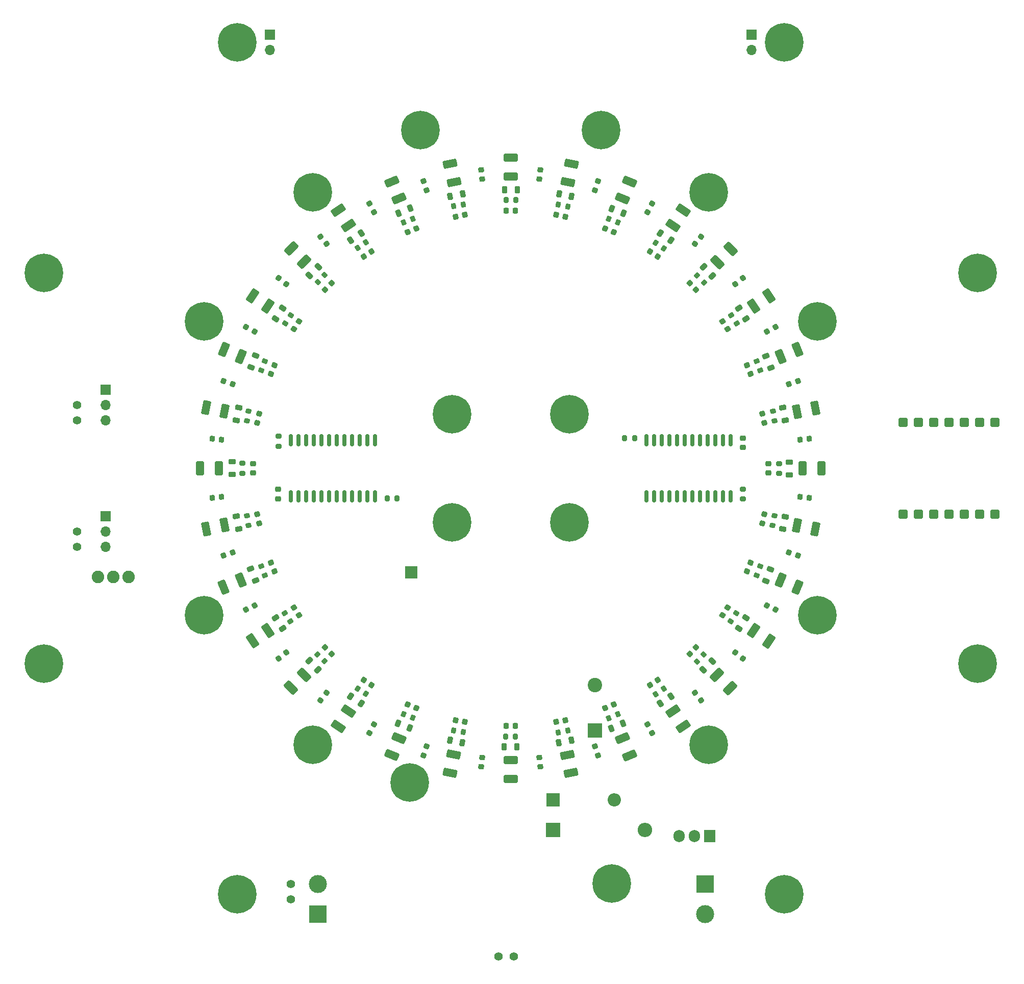
<source format=gbs>
G04 #@! TF.GenerationSoftware,KiCad,Pcbnew,7.0.9*
G04 #@! TF.CreationDate,2023-12-19T12:28:11+08:00*
G04 #@! TF.ProjectId,layer1,6c617965-7231-42e6-9b69-6361645f7063,rev?*
G04 #@! TF.SameCoordinates,Original*
G04 #@! TF.FileFunction,Soldermask,Bot*
G04 #@! TF.FilePolarity,Negative*
%FSLAX46Y46*%
G04 Gerber Fmt 4.6, Leading zero omitted, Abs format (unit mm)*
G04 Created by KiCad (PCBNEW 7.0.9) date 2023-12-19 12:28:11*
%MOMM*%
%LPD*%
G01*
G04 APERTURE LIST*
G04 Aperture macros list*
%AMRoundRect*
0 Rectangle with rounded corners*
0 $1 Rounding radius*
0 $2 $3 $4 $5 $6 $7 $8 $9 X,Y pos of 4 corners*
0 Add a 4 corners polygon primitive as box body*
4,1,4,$2,$3,$4,$5,$6,$7,$8,$9,$2,$3,0*
0 Add four circle primitives for the rounded corners*
1,1,$1+$1,$2,$3*
1,1,$1+$1,$4,$5*
1,1,$1+$1,$6,$7*
1,1,$1+$1,$8,$9*
0 Add four rect primitives between the rounded corners*
20,1,$1+$1,$2,$3,$4,$5,0*
20,1,$1+$1,$4,$5,$6,$7,0*
20,1,$1+$1,$6,$7,$8,$9,0*
20,1,$1+$1,$8,$9,$2,$3,0*%
G04 Aperture macros list end*
%ADD10R,2.400000X2.400000*%
%ADD11C,2.400000*%
%ADD12C,6.400000*%
%ADD13R,2.200000X2.200000*%
%ADD14O,2.200000X2.200000*%
%ADD15R,1.700000X1.700000*%
%ADD16O,1.700000X1.700000*%
%ADD17RoundRect,0.150000X0.600000X-0.600000X0.600000X0.600000X-0.600000X0.600000X-0.600000X-0.600000X0*%
%ADD18RoundRect,0.150000X-0.600000X0.600000X-0.600000X-0.600000X0.600000X-0.600000X0.600000X0.600000X0*%
%ADD19R,3.000000X3.000000*%
%ADD20C,3.000000*%
%ADD21R,1.905000X2.000000*%
%ADD22O,1.905000X2.000000*%
%ADD23RoundRect,0.250001X-0.799999X-0.799999X0.799999X-0.799999X0.799999X0.799999X-0.799999X0.799999X0*%
%ADD24O,2.400000X2.400000*%
%ADD25C,2.082800*%
%ADD26RoundRect,0.225000X0.325973X0.082864X-0.048188X0.332871X-0.325973X-0.082864X0.048188X-0.332871X0*%
%ADD27RoundRect,0.218750X-0.416600X0.140169X-0.331248X-0.288925X0.416600X-0.140169X0.331248X0.288925X0*%
%ADD28RoundRect,0.250000X0.735082X0.696732X-0.027118X1.012445X-0.735082X-0.696732X0.027118X-1.012445X0*%
%ADD29RoundRect,0.250000X0.585032X0.826752X-0.224115X0.987701X-0.585032X-0.826752X0.224115X-0.987701X0*%
%ADD30RoundRect,0.225000X-0.250000X0.225000X-0.250000X-0.225000X0.250000X-0.225000X0.250000X0.225000X0*%
%ADD31RoundRect,0.218750X0.435941X-0.056201X0.268517X0.347997X-0.435941X0.056201X-0.268517X-0.347997X0*%
%ADD32RoundRect,0.200000X-0.290014X-0.177530X0.079538X-0.330604X0.290014X0.177530X-0.079538X0.330604X0*%
%ADD33RoundRect,0.225000X-0.048188X-0.332871X0.325973X-0.082864X0.048188X0.332871X-0.325973X0.082864X0*%
%ADD34RoundRect,0.200000X-0.339768X0.013512X-0.117540X-0.319076X0.339768X-0.013512X0.117540X0.319076X0*%
%ADD35RoundRect,0.200000X-0.275000X0.200000X-0.275000X-0.200000X0.275000X-0.200000X0.275000X0.200000X0*%
%ADD36RoundRect,0.200000X0.200000X0.275000X-0.200000X0.275000X-0.200000X-0.275000X0.200000X-0.275000X0*%
%ADD37RoundRect,0.218750X-0.336857X0.006533X-0.059310X-0.331659X0.336857X-0.006533X0.059310X0.331659X0*%
%ADD38RoundRect,0.250000X-0.412500X-0.925000X0.412500X-0.925000X0.412500X0.925000X-0.412500X0.925000X0*%
%ADD39RoundRect,0.218750X-0.181716X0.283716X-0.308716X-0.134945X0.181716X-0.283716X0.308716X0.134945X0*%
%ADD40RoundRect,0.200000X-0.319076X-0.117540X0.013512X-0.339768X0.319076X0.117540X-0.013512X0.339768X0*%
%ADD41RoundRect,0.250000X-0.585032X-0.826752X0.224115X-0.987701X0.585032X0.826752X-0.224115X0.987701X0*%
%ADD42RoundRect,0.218750X0.393695X0.195467X0.029927X0.438529X-0.393695X-0.195467X-0.029927X-0.438529X0*%
%ADD43RoundRect,0.250000X0.945755X0.362392X0.362392X0.945755X-0.945755X-0.362392X-0.362392X-0.945755X0*%
%ADD44RoundRect,0.250000X0.362392X-0.945755X0.945755X-0.362392X-0.362392X0.945755X-0.945755X0.362392X0*%
%ADD45RoundRect,0.218750X0.006533X0.336857X-0.331659X0.059310X-0.006533X-0.336857X0.331659X-0.059310X0*%
%ADD46RoundRect,0.225000X-0.112202X-0.317074X0.303544X-0.144866X0.112202X0.317074X-0.303544X0.144866X0*%
%ADD47RoundRect,0.225000X-0.325973X-0.082864X0.048188X-0.332871X0.325973X0.082864X-0.048188X0.332871X0*%
%ADD48RoundRect,0.200000X0.142507X0.308734X-0.249807X0.230698X-0.142507X-0.308734X0.249807X-0.230698X0*%
%ADD49RoundRect,0.218750X-0.114905X0.424264X-0.424264X0.114905X0.114905X-0.424264X0.424264X-0.114905X0*%
%ADD50RoundRect,0.200000X0.330604X-0.079538X0.177530X0.290014X-0.330604X0.079538X-0.177530X-0.290014X0*%
%ADD51RoundRect,0.218750X0.029927X-0.438529X0.393695X-0.195467X-0.029927X0.438529X-0.393695X0.195467X0*%
%ADD52RoundRect,0.218750X0.288925X0.331248X-0.140169X0.416600X-0.288925X-0.331248X0.140169X-0.416600X0*%
%ADD53RoundRect,0.200000X-0.200000X-0.275000X0.200000X-0.275000X0.200000X0.275000X-0.200000X0.275000X0*%
%ADD54RoundRect,0.218750X-0.331659X-0.059310X0.006533X-0.336857X0.331659X0.059310X-0.006533X0.336857X0*%
%ADD55RoundRect,0.200000X-0.013512X-0.339768X0.319076X-0.117540X0.013512X0.339768X-0.319076X0.117540X0*%
%ADD56RoundRect,0.200000X-0.053033X0.335876X-0.335876X0.053033X0.053033X-0.335876X0.335876X-0.053033X0*%
%ADD57RoundRect,0.218750X0.347997X0.268517X-0.056201X0.435941X-0.347997X-0.268517X0.056201X-0.435941X0*%
%ADD58RoundRect,0.200000X-0.230698X0.249807X-0.308734X-0.142507X0.230698X-0.249807X0.308734X0.142507X0*%
%ADD59RoundRect,0.200000X-0.335876X-0.053033X-0.053033X-0.335876X0.335876X0.053033X0.053033X0.335876X0*%
%ADD60RoundRect,0.250000X0.412500X0.925000X-0.412500X0.925000X-0.412500X-0.925000X0.412500X-0.925000X0*%
%ADD61RoundRect,0.218750X0.313716X0.122874X-0.072125X0.329110X-0.313716X-0.122874X0.072125X-0.329110X0*%
%ADD62RoundRect,0.218750X0.336857X-0.006533X0.059310X0.331659X-0.336857X0.006533X-0.059310X-0.331659X0*%
%ADD63RoundRect,0.225000X-0.225000X-0.250000X0.225000X-0.250000X0.225000X0.250000X-0.225000X0.250000X0*%
%ADD64RoundRect,0.218750X-0.288925X-0.331248X0.140169X-0.416600X0.288925X0.331248X-0.140169X0.416600X0*%
%ADD65RoundRect,0.225000X0.303544X0.144866X-0.112202X0.317074X-0.303544X-0.144866X0.112202X-0.317074X0*%
%ADD66RoundRect,0.218750X0.424264X0.114905X0.114905X0.424264X-0.424264X-0.114905X-0.114905X-0.424264X0*%
%ADD67RoundRect,0.218750X-0.381250X0.218750X-0.381250X-0.218750X0.381250X-0.218750X0.381250X0.218750X0*%
%ADD68RoundRect,0.200000X0.290014X0.177530X-0.079538X0.330604X-0.290014X-0.177530X0.079538X-0.330604X0*%
%ADD69RoundRect,0.218750X0.276457X-0.192580X0.233575X0.242814X-0.276457X0.192580X-0.233575X-0.242814X0*%
%ADD70RoundRect,0.218750X0.381250X-0.218750X0.381250X0.218750X-0.381250X0.218750X-0.381250X-0.218750X0*%
%ADD71RoundRect,0.218750X-0.029927X0.438529X-0.393695X0.195467X0.029927X-0.438529X0.393695X-0.195467X0*%
%ADD72C,1.400000*%
%ADD73RoundRect,0.225000X0.225000X0.250000X-0.225000X0.250000X-0.225000X-0.250000X0.225000X-0.250000X0*%
%ADD74RoundRect,0.218750X0.438529X0.029927X0.195467X0.393695X-0.438529X-0.029927X-0.195467X-0.393695X0*%
%ADD75RoundRect,0.225000X-0.289092X0.171904X-0.201301X-0.269449X0.289092X-0.171904X0.201301X0.269449X0*%
%ADD76RoundRect,0.225000X0.048188X0.332871X-0.325973X0.082864X-0.048188X-0.332871X0.325973X-0.082864X0*%
%ADD77RoundRect,0.225000X-0.303544X-0.144866X0.112202X-0.317074X0.303544X0.144866X-0.112202X0.317074X0*%
%ADD78RoundRect,0.218750X0.195467X-0.393695X0.438529X-0.029927X-0.195467X0.393695X-0.438529X0.029927X0*%
%ADD79RoundRect,0.250000X-0.735082X-0.696732X0.027118X-1.012445X0.735082X0.696732X-0.027118X1.012445X0*%
%ADD80RoundRect,0.225000X0.250000X-0.225000X0.250000X0.225000X-0.250000X0.225000X-0.250000X-0.225000X0*%
%ADD81RoundRect,0.200000X-0.079538X-0.330604X0.290014X-0.177530X0.079538X0.330604X-0.290014X0.177530X0*%
%ADD82RoundRect,0.218750X0.308716X-0.134945X0.181716X0.283716X-0.308716X0.134945X-0.181716X-0.283716X0*%
%ADD83RoundRect,0.225000X-0.332871X0.048188X-0.082864X-0.325973X0.332871X-0.048188X0.082864X0.325973X0*%
%ADD84RoundRect,0.250000X-0.856884X-0.539937X-0.170921X-0.998282X0.856884X0.539937X0.170921X0.998282X0*%
%ADD85RoundRect,0.218750X-0.438529X-0.029927X-0.195467X-0.393695X0.438529X0.029927X0.195467X0.393695X0*%
%ADD86RoundRect,0.218750X-0.268517X0.347997X-0.435941X-0.056201X0.268517X-0.347997X0.435941X0.056201X0*%
%ADD87RoundRect,0.218750X-0.192580X-0.276457X0.242814X-0.233575X0.192580X0.276457X-0.242814X0.233575X0*%
%ADD88RoundRect,0.250000X-0.362392X0.945755X-0.945755X0.362392X0.362392X-0.945755X0.945755X-0.362392X0*%
%ADD89RoundRect,0.218750X0.329110X-0.072125X0.122874X0.313716X-0.329110X0.072125X-0.122874X-0.313716X0*%
%ADD90RoundRect,0.200000X-0.249807X-0.230698X0.142507X-0.308734X0.249807X0.230698X-0.142507X0.308734X0*%
%ADD91RoundRect,0.200000X0.013512X0.339768X-0.319076X0.117540X-0.013512X-0.339768X0.319076X-0.117540X0*%
%ADD92RoundRect,0.225000X0.289092X-0.171904X0.201301X0.269449X-0.289092X0.171904X-0.201301X-0.269449X0*%
%ADD93RoundRect,0.218750X-0.308716X0.134945X-0.181716X-0.283716X0.308716X-0.134945X0.181716X0.283716X0*%
%ADD94RoundRect,0.200000X0.053033X-0.335876X0.335876X-0.053033X-0.053033X0.335876X-0.335876X0.053033X0*%
%ADD95RoundRect,0.218750X0.181716X-0.283716X0.308716X0.134945X-0.181716X0.283716X-0.308716X-0.134945X0*%
%ADD96RoundRect,0.218750X0.416600X-0.140169X0.331248X0.288925X-0.416600X0.140169X-0.331248X-0.288925X0*%
%ADD97RoundRect,0.218750X0.072125X0.329110X-0.313716X0.122874X-0.072125X-0.329110X0.313716X-0.122874X0*%
%ADD98RoundRect,0.225000X0.082864X-0.325973X0.332871X0.048188X-0.082864X0.325973X-0.332871X-0.048188X0*%
%ADD99RoundRect,0.218750X0.140169X0.416600X-0.288925X0.331248X-0.140169X-0.416600X0.288925X-0.331248X0*%
%ADD100RoundRect,0.225000X-0.144866X0.303544X-0.317074X-0.112202X0.144866X-0.303544X0.317074X0.112202X0*%
%ADD101RoundRect,0.218750X-0.329110X0.072125X-0.122874X-0.313716X0.329110X-0.072125X0.122874X0.313716X0*%
%ADD102RoundRect,0.218750X0.114905X-0.424264X0.424264X-0.114905X-0.114905X0.424264X-0.424264X0.114905X0*%
%ADD103RoundRect,0.218750X-0.072125X-0.329110X0.313716X-0.122874X0.072125X0.329110X-0.313716X0.122874X0*%
%ADD104RoundRect,0.218750X-0.242814X-0.233575X0.192580X-0.276457X0.242814X0.233575X-0.192580X0.276457X0*%
%ADD105RoundRect,0.218750X0.056201X0.435941X-0.347997X0.268517X-0.056201X-0.435941X0.347997X-0.268517X0*%
%ADD106RoundRect,0.250000X-0.925000X0.412500X-0.925000X-0.412500X0.925000X-0.412500X0.925000X0.412500X0*%
%ADD107RoundRect,0.225000X0.201301X-0.269449X0.289092X0.171904X-0.201301X0.269449X-0.289092X-0.171904X0*%
%ADD108RoundRect,0.218750X-0.140169X-0.416600X0.288925X-0.331248X0.140169X0.416600X-0.288925X0.331248X0*%
%ADD109RoundRect,0.250000X-0.539937X0.856884X-0.998282X0.170921X0.539937X-0.856884X0.998282X-0.170921X0*%
%ADD110RoundRect,0.200000X0.117540X-0.319076X0.339768X0.013512X-0.117540X0.319076X-0.339768X-0.013512X0*%
%ADD111RoundRect,0.225000X0.171904X0.289092X-0.269449X0.201301X-0.171904X-0.289092X0.269449X-0.201301X0*%
%ADD112RoundRect,0.218750X0.192580X0.276457X-0.242814X0.233575X-0.192580X-0.276457X0.242814X-0.233575X0*%
%ADD113RoundRect,0.225000X0.017678X-0.335876X0.335876X-0.017678X-0.017678X0.335876X-0.335876X0.017678X0*%
%ADD114RoundRect,0.225000X-0.082864X0.325973X-0.332871X-0.048188X0.082864X-0.325973X0.332871X0.048188X0*%
%ADD115RoundRect,0.250000X-0.027118X-1.012445X0.735082X-0.696732X0.027118X1.012445X-0.735082X0.696732X0*%
%ADD116RoundRect,0.225000X-0.017678X0.335876X-0.335876X0.017678X0.017678X-0.335876X0.335876X-0.017678X0*%
%ADD117RoundRect,0.225000X-0.317074X0.112202X-0.144866X-0.303544X0.317074X-0.112202X0.144866X0.303544X0*%
%ADD118RoundRect,0.225000X0.112202X0.317074X-0.303544X0.144866X-0.112202X-0.317074X0.303544X-0.144866X0*%
%ADD119RoundRect,0.250000X0.224115X0.987701X-0.585032X0.826752X-0.224115X-0.987701X0.585032X-0.826752X0*%
%ADD120RoundRect,0.225000X-0.335876X-0.017678X-0.017678X-0.335876X0.335876X0.017678X0.017678X0.335876X0*%
%ADD121RoundRect,0.200000X-0.330604X0.079538X-0.177530X-0.290014X0.330604X-0.079538X0.177530X0.290014X0*%
%ADD122RoundRect,0.250000X-0.987701X0.224115X-0.826752X-0.585032X0.987701X-0.224115X0.826752X0.585032X0*%
%ADD123RoundRect,0.200000X0.339768X-0.013512X0.117540X0.319076X-0.339768X0.013512X-0.117540X-0.319076X0*%
%ADD124RoundRect,0.225000X0.269449X0.201301X-0.171904X0.289092X-0.269449X-0.201301X0.171904X-0.289092X0*%
%ADD125RoundRect,0.218750X-0.331248X0.288925X-0.416600X-0.140169X0.331248X-0.288925X0.416600X0.140169X0*%
%ADD126RoundRect,0.250000X-0.998282X-0.170921X-0.539937X-0.856884X0.998282X0.170921X0.539937X0.856884X0*%
%ADD127RoundRect,0.200000X-0.117540X0.319076X-0.339768X-0.013512X0.117540X-0.319076X0.339768X0.013512X0*%
%ADD128RoundRect,0.218750X-0.393695X-0.195467X-0.029927X-0.438529X0.393695X0.195467X0.029927X0.438529X0*%
%ADD129RoundRect,0.218750X0.283716X0.181716X-0.134945X0.308716X-0.283716X-0.181716X0.134945X-0.308716X0*%
%ADD130RoundRect,0.200000X-0.308734X0.142507X-0.230698X-0.249807X0.308734X-0.142507X0.230698X0.249807X0*%
%ADD131RoundRect,0.200000X0.177530X-0.290014X0.330604X0.079538X-0.177530X0.290014X-0.330604X-0.079538X0*%
%ADD132RoundRect,0.225000X-0.171904X-0.289092X0.269449X-0.201301X0.171904X0.289092X-0.269449X0.201301X0*%
%ADD133RoundRect,0.200000X0.230698X-0.249807X0.308734X0.142507X-0.230698X0.249807X-0.308734X-0.142507X0*%
%ADD134RoundRect,0.218750X0.233575X-0.242814X0.276457X0.192580X-0.233575X0.242814X-0.276457X-0.192580X0*%
%ADD135RoundRect,0.200000X-0.177530X0.290014X-0.330604X-0.079538X0.177530X-0.290014X0.330604X0.079538X0*%
%ADD136RoundRect,0.218750X-0.313716X-0.122874X0.072125X-0.329110X0.313716X0.122874X-0.072125X0.329110X0*%
%ADD137RoundRect,0.218750X-0.122874X0.313716X-0.329110X-0.072125X0.122874X-0.313716X0.329110X0.072125X0*%
%ADD138RoundRect,0.218750X-0.347997X-0.268517X0.056201X-0.435941X0.347997X0.268517X-0.056201X0.435941X0*%
%ADD139RoundRect,0.218750X-0.195467X0.393695X-0.438529X0.029927X0.195467X-0.393695X0.438529X-0.029927X0*%
%ADD140RoundRect,0.218750X0.134945X0.308716X-0.283716X0.181716X-0.134945X-0.308716X0.283716X-0.181716X0*%
%ADD141RoundRect,0.225000X0.317074X-0.112202X0.144866X0.303544X-0.317074X0.112202X-0.144866X-0.303544X0*%
%ADD142RoundRect,0.218750X0.268517X-0.347997X0.435941X0.056201X-0.268517X0.347997X-0.435941X-0.056201X0*%
%ADD143RoundRect,0.250000X-0.696732X0.735082X-1.012445X-0.027118X0.696732X-0.735082X1.012445X0.027118X0*%
%ADD144RoundRect,0.225000X0.335876X0.017678X0.017678X0.335876X-0.335876X-0.017678X-0.017678X-0.335876X0*%
%ADD145RoundRect,0.250000X-0.826752X0.585032X-0.987701X-0.224115X0.826752X-0.585032X0.987701X0.224115X0*%
%ADD146RoundRect,0.218750X-0.006533X-0.336857X0.331659X-0.059310X0.006533X0.336857X-0.331659X0.059310X0*%
%ADD147RoundRect,0.200000X-0.142507X-0.308734X0.249807X-0.230698X0.142507X0.308734X-0.249807X0.230698X0*%
%ADD148RoundRect,0.250000X0.998282X0.170921X0.539937X0.856884X-0.998282X-0.170921X-0.539937X-0.856884X0*%
%ADD149RoundRect,0.218750X-0.056201X-0.435941X0.347997X-0.268517X0.056201X0.435941X-0.347997X0.268517X0*%
%ADD150RoundRect,0.218750X-0.435941X0.056201X-0.268517X-0.347997X0.435941X-0.056201X0.268517X0.347997X0*%
%ADD151RoundRect,0.218750X0.331248X-0.288925X0.416600X0.140169X-0.331248X0.288925X-0.416600X-0.140169X0*%
%ADD152RoundRect,0.200000X0.249807X0.230698X-0.142507X0.308734X-0.249807X-0.230698X0.142507X-0.308734X0*%
%ADD153RoundRect,0.200000X0.319076X0.117540X-0.013512X0.339768X-0.319076X-0.117540X0.013512X-0.339768X0*%
%ADD154RoundRect,0.250000X-0.224115X-0.987701X0.585032X-0.826752X0.224115X0.987701X-0.585032X0.826752X0*%
%ADD155RoundRect,0.250000X0.826752X-0.585032X0.987701X0.224115X-0.826752X0.585032X-0.987701X-0.224115X0*%
%ADD156RoundRect,0.218750X-0.424264X-0.114905X-0.114905X-0.424264X0.424264X0.114905X0.114905X0.424264X0*%
%ADD157RoundRect,0.150000X-0.150000X0.875000X-0.150000X-0.875000X0.150000X-0.875000X0.150000X0.875000X0*%
%ADD158RoundRect,0.150000X0.150000X-0.875000X0.150000X0.875000X-0.150000X0.875000X-0.150000X-0.875000X0*%
%ADD159RoundRect,0.250000X0.856884X0.539937X0.170921X0.998282X-0.856884X-0.539937X-0.170921X-0.998282X0*%
%ADD160RoundRect,0.218750X0.242814X0.233575X-0.192580X0.276457X-0.242814X-0.233575X0.192580X-0.276457X0*%
%ADD161RoundRect,0.225000X-0.201301X0.269449X-0.289092X-0.171904X0.201301X-0.269449X0.289092X0.171904X0*%
%ADD162RoundRect,0.225000X0.332871X-0.048188X0.082864X0.325973X-0.332871X0.048188X-0.082864X-0.325973X0*%
%ADD163RoundRect,0.218750X-0.134945X-0.308716X0.283716X-0.181716X0.134945X0.308716X-0.283716X0.181716X0*%
%ADD164RoundRect,0.218750X-0.059310X0.331659X-0.336857X-0.006533X0.059310X-0.331659X0.336857X0.006533X0*%
%ADD165RoundRect,0.250000X0.027118X1.012445X-0.735082X0.696732X-0.027118X-1.012445X0.735082X-0.696732X0*%
%ADD166RoundRect,0.218750X0.122874X-0.313716X0.329110X0.072125X-0.122874X0.313716X-0.329110X-0.072125X0*%
%ADD167RoundRect,0.250000X-0.170921X0.998282X-0.856884X0.539937X0.170921X-0.998282X0.856884X-0.539937X0*%
%ADD168RoundRect,0.218750X-0.233575X0.242814X-0.276457X-0.192580X0.233575X-0.242814X0.276457X0.192580X0*%
%ADD169RoundRect,0.218750X-0.276457X0.192580X-0.233575X-0.242814X0.276457X-0.192580X0.233575X0.242814X0*%
%ADD170RoundRect,0.218750X0.218750X0.381250X-0.218750X0.381250X-0.218750X-0.381250X0.218750X-0.381250X0*%
%ADD171RoundRect,0.250000X0.696732X-0.735082X1.012445X0.027118X-0.696732X0.735082X-1.012445X-0.027118X0*%
%ADD172RoundRect,0.225000X0.144866X-0.303544X0.317074X0.112202X-0.144866X0.303544X-0.317074X-0.112202X0*%
%ADD173RoundRect,0.200000X0.335876X0.053033X0.053033X0.335876X-0.335876X-0.053033X-0.053033X-0.335876X0*%
%ADD174RoundRect,0.250000X1.012445X-0.027118X0.696732X0.735082X-1.012445X0.027118X-0.696732X-0.735082X0*%
%ADD175RoundRect,0.250000X0.539937X-0.856884X0.998282X-0.170921X-0.539937X0.856884X-0.998282X0.170921X0*%
%ADD176RoundRect,0.200000X0.079538X0.330604X-0.290014X0.177530X-0.079538X-0.330604X0.290014X-0.177530X0*%
%ADD177RoundRect,0.200000X0.275000X-0.200000X0.275000X0.200000X-0.275000X0.200000X-0.275000X-0.200000X0*%
%ADD178RoundRect,0.250000X0.925000X-0.412500X0.925000X0.412500X-0.925000X0.412500X-0.925000X-0.412500X0*%
%ADD179RoundRect,0.218750X0.331659X0.059310X-0.006533X0.336857X-0.331659X-0.059310X0.006533X-0.336857X0*%
%ADD180RoundRect,0.225000X-0.269449X-0.201301X0.171904X-0.289092X0.269449X0.201301X-0.171904X0.289092X0*%
%ADD181RoundRect,0.218750X-0.218750X-0.381250X0.218750X-0.381250X0.218750X0.381250X-0.218750X0.381250X0*%
%ADD182RoundRect,0.218750X-0.283716X-0.181716X0.134945X-0.308716X0.283716X0.181716X-0.134945X0.308716X0*%
%ADD183RoundRect,0.200000X0.308734X-0.142507X0.230698X0.249807X-0.308734X0.142507X-0.230698X-0.249807X0*%
%ADD184RoundRect,0.218750X0.059310X-0.331659X0.336857X0.006533X-0.059310X0.331659X-0.336857X-0.006533X0*%
%ADD185RoundRect,0.250000X-1.012445X0.027118X-0.696732X-0.735082X1.012445X-0.027118X0.696732X0.735082X0*%
%ADD186RoundRect,0.250000X0.987701X-0.224115X0.826752X0.585032X-0.987701X0.224115X-0.826752X-0.585032X0*%
%ADD187RoundRect,0.250000X-0.945755X-0.362392X-0.362392X-0.945755X0.945755X0.362392X0.362392X0.945755X0*%
%ADD188RoundRect,0.250000X0.170921X-0.998282X0.856884X-0.539937X-0.170921X0.998282X-0.856884X0.539937X0*%
G04 APERTURE END LIST*
D10*
X119000000Y-148512754D03*
D11*
X119000000Y-141012754D03*
D12*
X150362000Y-34301500D03*
X155865000Y-129405000D03*
X27498500Y-72603700D03*
D13*
X112000000Y-160000000D03*
D14*
X122160000Y-160000000D03*
D12*
X120000000Y-48868500D03*
D15*
X37800000Y-91975000D03*
D16*
X37800000Y-94515000D03*
X37800000Y-97055000D03*
D12*
X114750000Y-114000000D03*
X137867000Y-150854000D03*
X72133128Y-59145717D03*
X59637900Y-175699000D03*
X88236000Y-157118000D03*
X54135100Y-129405000D03*
X95250000Y-96000000D03*
X137867000Y-59145700D03*
X182501000Y-72603700D03*
X95250000Y-114000000D03*
X150362000Y-175699000D03*
X121764000Y-173882000D03*
D15*
X37800000Y-112975000D03*
D16*
X37800000Y-115515000D03*
X37800000Y-118055000D03*
D17*
X185370000Y-97380000D03*
X182830000Y-97380000D03*
X180290000Y-97380000D03*
X177750000Y-97380000D03*
X175210000Y-97380000D03*
X172670000Y-97380000D03*
X170130000Y-97380000D03*
D18*
X170130000Y-112620000D03*
X172670000Y-112620000D03*
X175210000Y-112620000D03*
X177750000Y-112620000D03*
X180290000Y-112620000D03*
X182830000Y-112620000D03*
X185370000Y-112620000D03*
D12*
X90000000Y-48868500D03*
X72133100Y-150854000D03*
X54135100Y-80595000D03*
D19*
X137250000Y-174000000D03*
D20*
X137250000Y-179000000D03*
D12*
X59637900Y-34301500D03*
D19*
X73000000Y-179000000D03*
D20*
X73000000Y-174000000D03*
D21*
X138000000Y-166000000D03*
D22*
X135460000Y-166000000D03*
X132920000Y-166000000D03*
D12*
X182501000Y-137396000D03*
D23*
X88500000Y-122250000D03*
D12*
X155865000Y-80595000D03*
D15*
X65000000Y-33000000D03*
D16*
X65000000Y-35540000D03*
D12*
X27498500Y-137396000D03*
D10*
X112000000Y-165000000D03*
D24*
X127240000Y-165000000D03*
D25*
X41572200Y-123000000D03*
X39032200Y-123000000D03*
X36492200Y-123000000D03*
D15*
X145000000Y-33000000D03*
D16*
X145000000Y-35540000D03*
D12*
X114750000Y-96000000D03*
D26*
X81893762Y-140975893D03*
X80604984Y-140114759D03*
D27*
X150158913Y-94959508D03*
X150573479Y-97043676D03*
D28*
X152604875Y-124745645D03*
X149763945Y-123568893D03*
D29*
X155542344Y-115078987D03*
X152526430Y-114479085D03*
D30*
X143500000Y-99975000D03*
X143500000Y-101525000D03*
D31*
X62667606Y-123657634D03*
X61854404Y-121694390D03*
D32*
X121290309Y-63581214D03*
X122814711Y-64212642D03*
D33*
X80604984Y-69885241D03*
X81893762Y-69024107D03*
D34*
X141555942Y-79611949D03*
X142472632Y-80983873D03*
D35*
X66500000Y-99675000D03*
X66500000Y-101325000D03*
D36*
X105800000Y-149500000D03*
X104150000Y-149500000D03*
D37*
X73415144Y-66513742D03*
X74414314Y-67731234D03*
D38*
X53462500Y-104975000D03*
X56537500Y-104975000D03*
D39*
X119452548Y-57356332D03*
X118995350Y-58863514D03*
D40*
X129057700Y-67555147D03*
X130429624Y-68471837D03*
D41*
X54457656Y-94921013D03*
X57473570Y-95520915D03*
D42*
X80167526Y-144031873D03*
X78400654Y-142851287D03*
D43*
X141424838Y-141460194D03*
X139250484Y-139285840D03*
D44*
X68539806Y-141424838D03*
X70714160Y-139250484D03*
D45*
X143486258Y-73415144D03*
X142268766Y-74414314D03*
D46*
X87924276Y-65800730D03*
X89356290Y-65207570D03*
D47*
X128106238Y-69024107D03*
X129395016Y-69885241D03*
D48*
X114466148Y-148488872D03*
X112847852Y-148810772D03*
D49*
X138437312Y-136970065D03*
X136934710Y-138472667D03*
D50*
X64193508Y-122768517D03*
X63562080Y-121244115D03*
D51*
X78442227Y-67120934D03*
X80209099Y-65940348D03*
D52*
X96994637Y-150563725D03*
X94910469Y-150149159D03*
D53*
X84500000Y-110000000D03*
X86150000Y-110000000D03*
D54*
X66513741Y-73415144D03*
X67731233Y-74414314D03*
D55*
X79611949Y-68444058D03*
X80983873Y-67527368D03*
D56*
X137031937Y-135900566D03*
X135865211Y-137067292D03*
D57*
X88259416Y-148126462D03*
X86296172Y-147313260D03*
D58*
X148801018Y-112896891D03*
X148479118Y-114515187D03*
D59*
X135900566Y-72968063D03*
X137067292Y-74134789D03*
D60*
X156537500Y-105025000D03*
X153462500Y-105025000D03*
D61*
X148908655Y-128469665D03*
X147519629Y-127727215D03*
D62*
X136584856Y-143486258D03*
X135585686Y-142268766D03*
D63*
X104225000Y-62250000D03*
X105775000Y-62250000D03*
D64*
X113005363Y-59436275D03*
X115089531Y-59850841D03*
D65*
X89356290Y-144792430D03*
X87924276Y-144199270D03*
D66*
X73029935Y-138437312D03*
X71527333Y-136934710D03*
D67*
X151250000Y-103962500D03*
X151250000Y-106087500D03*
D68*
X88709691Y-146418786D03*
X87185289Y-145787358D03*
D69*
X109880028Y-154547760D03*
X109725652Y-152980344D03*
D70*
X58750000Y-106037500D03*
X58750000Y-103912500D03*
D71*
X131557773Y-142879066D03*
X129790901Y-144059652D03*
D72*
X33000000Y-97055000D03*
X33000000Y-94515000D03*
D73*
X105775000Y-147750000D03*
X104225000Y-147750000D03*
D74*
X67120934Y-131557773D03*
X65940348Y-129790901D03*
D75*
X146777376Y-95899780D03*
X147079766Y-97419998D03*
D76*
X129395016Y-140114759D03*
X128106238Y-140975893D03*
D77*
X120643710Y-65207570D03*
X122075724Y-65800730D03*
D78*
X65968127Y-80167526D03*
X67148713Y-78400654D03*
D79*
X57395125Y-85254355D03*
X60236055Y-86431107D03*
D80*
X66425000Y-110050000D03*
X66425000Y-108500000D03*
D81*
X87231483Y-64193508D03*
X88755885Y-63562080D03*
D82*
X119452548Y-152643668D03*
X118995350Y-151136486D03*
D53*
X104200000Y-60500000D03*
X105850000Y-60500000D03*
D83*
X140114759Y-80604984D03*
X140975893Y-81893762D03*
D84*
X62162024Y-76346513D03*
X64718794Y-78054891D03*
D85*
X142879066Y-78442227D03*
X144059652Y-80209099D03*
D86*
X148126462Y-121740584D03*
X147313260Y-123703828D03*
D87*
X55452240Y-109880028D03*
X57019656Y-109725652D03*
D88*
X141460194Y-68575162D03*
X139285840Y-70749516D03*
D89*
X128469665Y-148908655D03*
X127727215Y-147519629D03*
D90*
X112896891Y-61198982D03*
X114515187Y-61520882D03*
D91*
X130388051Y-141555942D03*
X129016127Y-142472632D03*
D92*
X63222624Y-114100220D03*
X62920234Y-112580002D03*
D93*
X90547452Y-57356332D03*
X91004650Y-58863514D03*
D94*
X72968063Y-74099434D03*
X74134789Y-72932708D03*
D95*
X90547452Y-152643668D03*
X91004650Y-151136486D03*
D35*
X149500000Y-104200000D03*
X149500000Y-105850000D03*
D96*
X59841087Y-115040492D03*
X59426521Y-112956324D03*
D97*
X148908655Y-81530335D03*
X147519629Y-82272785D03*
D98*
X69024107Y-81893762D03*
X69885241Y-80604984D03*
D99*
X115040492Y-150158913D03*
X112956324Y-150573479D03*
D100*
X144792430Y-120643710D03*
X144199270Y-122075724D03*
D101*
X81530335Y-61091345D03*
X82272785Y-62480371D03*
D102*
X71562688Y-73029935D03*
X73065290Y-71527333D03*
D103*
X61091345Y-128469665D03*
X62480371Y-127727215D03*
D104*
X55452240Y-100119972D03*
X57019656Y-100274348D03*
D105*
X123657634Y-147332394D03*
X121694390Y-148145596D03*
D106*
X105000000Y-53462500D03*
X105000000Y-56537500D03*
D107*
X62920234Y-97419998D03*
X63222624Y-95899780D03*
D80*
X62250000Y-105775000D03*
X62250000Y-104225000D03*
D108*
X94959508Y-59841087D03*
X97043676Y-59426521D03*
D109*
X133653487Y-62162024D03*
X131945109Y-64718794D03*
D110*
X67555147Y-80942300D03*
X68471837Y-79570376D03*
D111*
X114100220Y-146777376D03*
X112580002Y-147079766D03*
D112*
X154547760Y-100119972D03*
X152980344Y-100274348D03*
D113*
X74223177Y-75319193D03*
X75319193Y-74223177D03*
D114*
X140975893Y-128106238D03*
X140114759Y-129395016D03*
D115*
X57375991Y-124699451D03*
X60216921Y-123522699D03*
D116*
X135776823Y-134680807D03*
X134680807Y-135776823D03*
D117*
X144199270Y-87924276D03*
X144792430Y-89356290D03*
D118*
X122075724Y-144199270D03*
X120643710Y-144792430D03*
D119*
X155552098Y-94970053D03*
X152536184Y-95569955D03*
D120*
X134680807Y-74223177D03*
X135776823Y-75319193D03*
D121*
X145806492Y-87231483D03*
X146437920Y-88755885D03*
D122*
X94970053Y-54447902D03*
X95569955Y-57463816D03*
D123*
X68444058Y-130388051D03*
X67527368Y-129016127D03*
D124*
X97419998Y-147079766D03*
X95899780Y-146777376D03*
D125*
X150563725Y-113005363D03*
X150149159Y-115089531D03*
D126*
X76388086Y-62134245D03*
X78096464Y-64691015D03*
D127*
X142444853Y-129057700D03*
X141528163Y-130429624D03*
D128*
X129832474Y-65968127D03*
X131599346Y-67148713D03*
D129*
X152643668Y-119452548D03*
X151136486Y-118995350D03*
D130*
X148488872Y-95533852D03*
X148810772Y-97152148D03*
D131*
X63581214Y-88709691D03*
X64212642Y-87185289D03*
D132*
X95899780Y-63222624D03*
X97419998Y-62920234D03*
D133*
X61198982Y-97103109D03*
X61520882Y-95484813D03*
D72*
X33000000Y-118055000D03*
X33000000Y-115515000D03*
D134*
X100119972Y-154547760D03*
X100274348Y-152980344D03*
D135*
X146418786Y-121290309D03*
X145787358Y-122814711D03*
D136*
X61091345Y-81530335D03*
X62480371Y-82272785D03*
D137*
X128469665Y-61091345D03*
X127727215Y-62480371D03*
D138*
X121740584Y-61873538D03*
X123703828Y-62686740D03*
D139*
X144031873Y-129832474D03*
X142851287Y-131599346D03*
D140*
X152643668Y-90547452D03*
X151136486Y-91004650D03*
D141*
X65800730Y-122075724D03*
X65207570Y-120643710D03*
D142*
X61873538Y-88259416D03*
X62686740Y-86296172D03*
D143*
X124745645Y-57395125D03*
X123568893Y-60236055D03*
D144*
X75319193Y-135776823D03*
X74223177Y-134680807D03*
D145*
X115078987Y-54457656D03*
X114479085Y-57473570D03*
D72*
X105540000Y-186000000D03*
X103000000Y-186000000D03*
D146*
X66513742Y-136584856D03*
X67731234Y-135585686D03*
D147*
X95533852Y-61511128D03*
X97152148Y-61189228D03*
D148*
X133611914Y-147865755D03*
X131903536Y-145308985D03*
D149*
X86342366Y-62667606D03*
X88305610Y-61854404D03*
D150*
X147332394Y-86342366D03*
X148145596Y-88305610D03*
D151*
X59436275Y-96994637D03*
X59850841Y-94910469D03*
D152*
X97103109Y-148801018D03*
X95484813Y-148479118D03*
D153*
X80942300Y-142444853D03*
X79570376Y-141528163D03*
D154*
X54447902Y-115029947D03*
X57463816Y-114430045D03*
D155*
X94921013Y-155542344D03*
X95520915Y-152526430D03*
D156*
X136970065Y-71562688D03*
X138472667Y-73065290D03*
D157*
X68515000Y-100350000D03*
X69785000Y-100350000D03*
X71055000Y-100350000D03*
X72325000Y-100350000D03*
X73595000Y-100350000D03*
X74865000Y-100350000D03*
X76135000Y-100350000D03*
X77405000Y-100350000D03*
X78675000Y-100350000D03*
X79945000Y-100350000D03*
X81215000Y-100350000D03*
X82485000Y-100350000D03*
X82485000Y-109650000D03*
X81215000Y-109650000D03*
X79945000Y-109650000D03*
X78675000Y-109650000D03*
X77405000Y-109650000D03*
X76135000Y-109650000D03*
X74865000Y-109650000D03*
X73595000Y-109650000D03*
X72325000Y-109650000D03*
X71055000Y-109650000D03*
X69785000Y-109650000D03*
X68515000Y-109650000D03*
D158*
X141485000Y-109650000D03*
X140215000Y-109650000D03*
X138945000Y-109650000D03*
X137675000Y-109650000D03*
X136405000Y-109650000D03*
X135135000Y-109650000D03*
X133865000Y-109650000D03*
X132595000Y-109650000D03*
X131325000Y-109650000D03*
X130055000Y-109650000D03*
X128785000Y-109650000D03*
X127515000Y-109650000D03*
X127515000Y-100350000D03*
X128785000Y-100350000D03*
X130055000Y-100350000D03*
X131325000Y-100350000D03*
X132595000Y-100350000D03*
X133865000Y-100350000D03*
X135135000Y-100350000D03*
X136405000Y-100350000D03*
X137675000Y-100350000D03*
X138945000Y-100350000D03*
X140215000Y-100350000D03*
X141485000Y-100350000D03*
D72*
X68500000Y-174000000D03*
X68500000Y-176540000D03*
D159*
X147837976Y-133653487D03*
X145281206Y-131945109D03*
D160*
X154547760Y-109880028D03*
X152980344Y-109725652D03*
D161*
X147079766Y-112580002D03*
X146777376Y-114100220D03*
D162*
X69885241Y-129395016D03*
X69024107Y-128106238D03*
D163*
X57356332Y-119452548D03*
X58863514Y-118995350D03*
D164*
X136584856Y-66513741D03*
X135585686Y-67731233D03*
D165*
X152624009Y-85300549D03*
X149783079Y-86477301D03*
D166*
X81530335Y-148908655D03*
X82272785Y-147519629D03*
D167*
X147865755Y-76388086D03*
X145308985Y-78096464D03*
D168*
X109880028Y-55452240D03*
X109725652Y-57019656D03*
D36*
X125575000Y-100000000D03*
X123925000Y-100000000D03*
D169*
X100119972Y-55452240D03*
X100274348Y-57019656D03*
D170*
X106037500Y-151250000D03*
X103912500Y-151250000D03*
D171*
X85254355Y-152604875D03*
X86431107Y-149763945D03*
D172*
X65207570Y-89356290D03*
X65800730Y-87924276D03*
D173*
X74099434Y-137031937D03*
X72932708Y-135865211D03*
D174*
X124699451Y-152624009D03*
X123522699Y-149783079D03*
D175*
X76346513Y-147837976D03*
X78054891Y-145281206D03*
D176*
X122768517Y-145806492D03*
X121244115Y-146437920D03*
D177*
X143500000Y-110075000D03*
X143500000Y-108425000D03*
D178*
X104975000Y-156537500D03*
X104975000Y-153462500D03*
D179*
X143486259Y-136584856D03*
X142268767Y-135585686D03*
D180*
X112580002Y-62920234D03*
X114100220Y-63222624D03*
D181*
X103962500Y-58750000D03*
X106087500Y-58750000D03*
D182*
X57356332Y-90547452D03*
X58863514Y-91004650D03*
D183*
X61511128Y-114466148D03*
X61189228Y-112847852D03*
D30*
X147750000Y-104225000D03*
X147750000Y-105775000D03*
D184*
X73415144Y-143486259D03*
X74414314Y-142268767D03*
D177*
X60500000Y-105800000D03*
X60500000Y-104150000D03*
D185*
X85300549Y-57375991D03*
X86477301Y-60216921D03*
D186*
X115029947Y-155552098D03*
X114430045Y-152536184D03*
D187*
X68575162Y-68539806D03*
X70749516Y-70714160D03*
D188*
X62134245Y-133611914D03*
X64691015Y-131903536D03*
M02*

</source>
